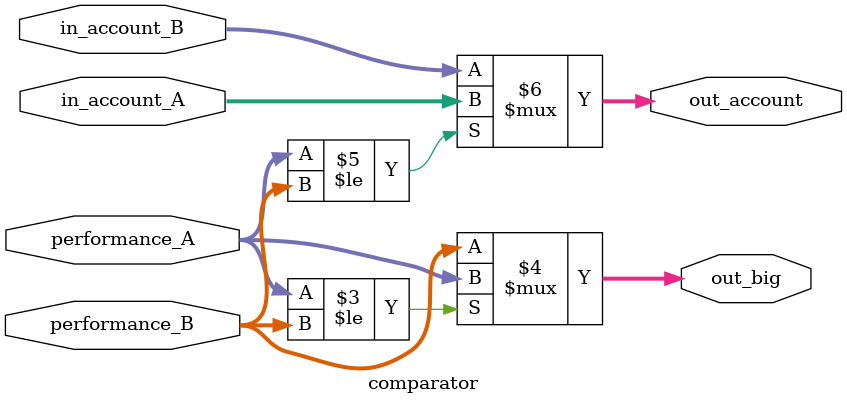
<source format=v>
`include "AFIFO.v"

module CDC #(parameter DSIZE = 8,
			   parameter ASIZE = 4)(
	//Input Port
	rst_n,
	clk1,
    clk2,
	in_valid,
	in_account,
	in_A,
	in_T,

    //Output Port
	ready,
    out_valid,
	out_account
); 
//---------------------------------------------------------------------
//   INPUT AND OUTPUT DECLARATION
//---------------------------------------------------------------------

input 				rst_n, clk1, clk2, in_valid;
input [DSIZE-1:0] 	in_account,in_A,in_T;

output reg				out_valid,ready;
output reg [DSIZE-1:0] 	out_account;

//---------------------------------------------------------------------
//   WIRE AND REG DECLARATION
//---------------------------------------------------------------------
// reg [DSIZE-1:0] in_A_data ,  in_account_data , in_T_data ; 

//---------------------------------------------------------------------
//   PARAMETER
//---------------------------------------------------------------------

integer i ;
//  =========account AFIFO ================= 
wire [7:0] rdata_account ;
wire rempty_account ; 

reg  winc_account ;
reg  [7:0] wdata_account ;
wire wfull_account ; 

reg [7:0] past_five_account [0:3] ; 
//  =========account AFIFO =================
//  =========IN_A AFIFO =================
// reg  rinc_IN_A ; 
wire [7:0] rdata_IN_A ;
wire rempty_IN_A ; 

reg  winc_IN_A ;
reg  [7:0] wdata_IN_A ;
wire wfull_IN_A ; 

// reg [7:0] IN_A_data_clk2 [0:4] ; 
//  =========IN_A AFIFO =================
//  =========IN_T AFIFO =================
// reg  rinc_IN_T ; 
wire [7:0] rdata_IN_T ;
wire rempty_IN_T ; 

reg  winc_IN_T ;
reg  [7:0] wdata_IN_T ;
wire wfull_IN_T ; 

// reg [7:0] IN_T_data_clk2 [0:4] ; 
//  =========IN_T AFIFO =================
// =========general purpose=========
reg [2:0] count_read ; 
reg five_flag; 
reg five_flag_delay1 ; 
reg valid_flag ; 
reg valid_flag_pipe_2 ;
wire  rinc_account_clk2 ;
wire  rinc_IN_A_clk2    ;
wire  rinc_IN_T_clk2    ;
reg  [15:0] past_five_performance [0:3] ; 
wire [15:0] current_performance ; 
reg wfull_flag ; 

reg [7:0] tmp_A , tmp_T , tmp_Account ; 

assign current_performance = rdata_IN_A * rdata_IN_T ; 

reg [2:0] one,two,three,four,five; 
reg full_before ; 
//---------------------------------------------------------------------
//   DESIGN
//---------------------------------------------------------------------


// ==================================Input===============================================================
always@(posedge clk1 , negedge rst_n)begin
	if(!rst_n)begin
		wdata_IN_A    <= 'd0 ;
		wdata_IN_T    <= 'd0 ;
		wdata_account <= 'd0 ;
	end else if (in_valid ) begin
		wdata_IN_A    <= in_A ; 
		wdata_IN_T    <= in_T ;
		wdata_account <= in_account ;
	end
end


always@(*)begin
	if(!rst_n) begin
		ready = 'd0 ;
	end else if (wfull_account) begin
		ready = 'd0 ;
	end else begin
		ready = 'd1 ;
	end
end


always@(posedge clk1 , negedge rst_n)begin
	if(!rst_n) begin
		winc_IN_A <= 'd0 ;
		winc_IN_T <= 'd0 ;
		winc_account <= 'd0 ;
	end else if ( in_valid || (wfull_account&& winc_account) ) begin
		winc_IN_A <= 'd1 ;
		winc_IN_T <= 'd1 ;
		winc_account <= 'd1 ;
	end else begin
		winc_IN_A <= 'd0 ;
		winc_IN_T <= 'd0 ;
		winc_account <= 'd0 ;
	end
end




// ===================================================================================================


always@(posedge clk2 ,negedge rst_n)begin
	if(!rst_n) begin
		count_read <= 'd0 ;
	end else if (rinc_account_clk2)begin
		if (count_read == 'd4)
			count_read <= 'd0 ;
		else
			count_read <= count_read + 'd1 ;
	end
end



//  if one pattern only , need not to reset signal
always@(posedge clk2 ,negedge rst_n)begin
	if(!rst_n) begin
		five_flag <= 'd0 ;
	end else if (count_read == 'd4 && !rempty_account)begin
		five_flag <= 'd1 ;
	end
end


always@(posedge clk2 ,negedge rst_n)begin
	if(!rst_n) begin
		valid_flag <= 'd0 ;
	end else if (!rempty_account) begin
		valid_flag <= 'd1 ;
	end else begin
		valid_flag <= 'd0 ;
	end
end


assign rinc_account_clk2 = ~rempty_account ; 
assign rinc_IN_A_clk2    = ~rempty_IN_A    ;
assign rinc_IN_T_clk2    = ~rempty_IN_T    ; 


always@(posedge clk2 , negedge rst_n )begin
	if(!rst_n) begin
		for(i=0 ; i<=3 ; i=i+1)
			past_five_performance[i] <= 'd0 ;
	end else if (!rempty_account) begin
		past_five_performance[0] <= current_performance ; 
		past_five_performance[1] <= past_five_performance[0] ; 
		past_five_performance[2] <= past_five_performance[1] ; 
		past_five_performance[3] <= past_five_performance[2] ; 
	end
end



always@(posedge clk2 ,negedge rst_n) begin
	if (!rst_n) begin
		for (i=0 ; i<=3 ; i=i+1)
			past_five_account[i] <= 'd0 ;
	end else if (!rempty_account)begin
		past_five_account[0] <=  rdata_account ; 
		past_five_account[1] <=  past_five_account[0] ; 
		past_five_account[2] <=  past_five_account[1] ; 
		past_five_account[3] <=  past_five_account[2] ; 
	end
end

wire [15:0] big_1_perf    , big_2_perf    , big_3_perf ; 
wire [7:0 ] big_1_account , big_2_account , big_3_account;  

wire [7:0 ]max_perf_account ; 

comparator U1(
    .performance_A(past_five_performance[0]),
    .performance_B(past_five_performance[1]),
    .in_account_A(past_five_account     [0]),
	.in_account_B(past_five_account     [1]),
    .out_big(big_1_perf),
    .out_account(big_1_account)
    );

comparator U2(
    .performance_A(past_five_performance[2]),
    .performance_B(past_five_performance[3]),
    .in_account_A(past_five_account     [2]),
	.in_account_B(past_five_account     [3]),
    .out_big(big_2_perf),
    .out_account(big_2_account)
    );
	
comparator U3(
    .performance_A(big_1_perf),
    .performance_B(big_2_perf),
    .in_account_A(big_1_account),
	.in_account_B(big_2_account),
    .out_big(big_3_perf),
    .out_account(big_3_account)
    );


assign max_perf_account = (current_performance <=  big_3_perf )?  rdata_account : big_3_account ; 

reg [7:0] best_account ; 
always@(posedge clk2 , negedge rst_n)begin
	if(!rst_n) begin
		best_account <= 'd0 ;
	end else if (!rempty_account) begin
		best_account <= max_perf_account ; 
	end
end



always@(posedge clk2 , negedge rst_n )begin
	if(!rst_n) begin
		out_valid   <= 'd0 ;
		out_account <= 'd0 ;
	end else if (valid_flag) begin
		if (five_flag )begin
			out_valid   <=  'd1; 
			out_account <=  best_account ; 
		end else begin
			out_valid   <= 'd0 ;
			out_account <= 'd0 ;
		end
	end else begin
		out_valid   <= 'd0 ;
		out_account <= 'd0 ;
	end
end




AFIFO u_AFIFO_1(
    .rclk(clk2),
    .rinc(rinc_account_clk2),
    .rempty(rempty_account),
	.wclk(clk1),
    .winc(winc_account),
    .wfull(wfull_account),
    .rst_n(rst_n),
    .rdata(rdata_account),
    .wdata(wdata_account)
    );
	
AFIFO u_AFIFO_2(
    .rclk(clk2),
    .rinc(rinc_IN_A_clk2),
    .rempty(rempty_IN_A),
	.wclk(clk1),
    .winc(winc_IN_A),
    .wfull(wfull_IN_A),
    .rst_n(rst_n),
    .rdata(rdata_IN_A),
    .wdata(wdata_IN_A)
    );
	
AFIFO u_AFIFO_3(
    .rclk(clk2),
    .rinc(rinc_IN_T_clk2),
    .rempty(rempty_IN_T),
	.wclk(clk1),
    .winc(winc_IN_T),
    .wfull(wfull_IN_T),
    .rst_n(rst_n),
    .rdata(rdata_IN_T),
    .wdata(wdata_IN_T)
    );

	
endmodule



module comparator (performance_A , performance_B , in_account_A , in_account_B ,  out_big , out_account );

input [15:0] performance_A , performance_B ;
input [7 :0] in_account_A  , in_account_B ; 

output [15:0] out_big  ; 
output [7:0]out_account  ; 

assign  out_big     = ( performance_A <= performance_B ) ?   performance_A : performance_B ; 
assign  out_account = ( performance_A <= performance_B ) ?   in_account_A  : in_account_B  ; 



endmodule
</source>
